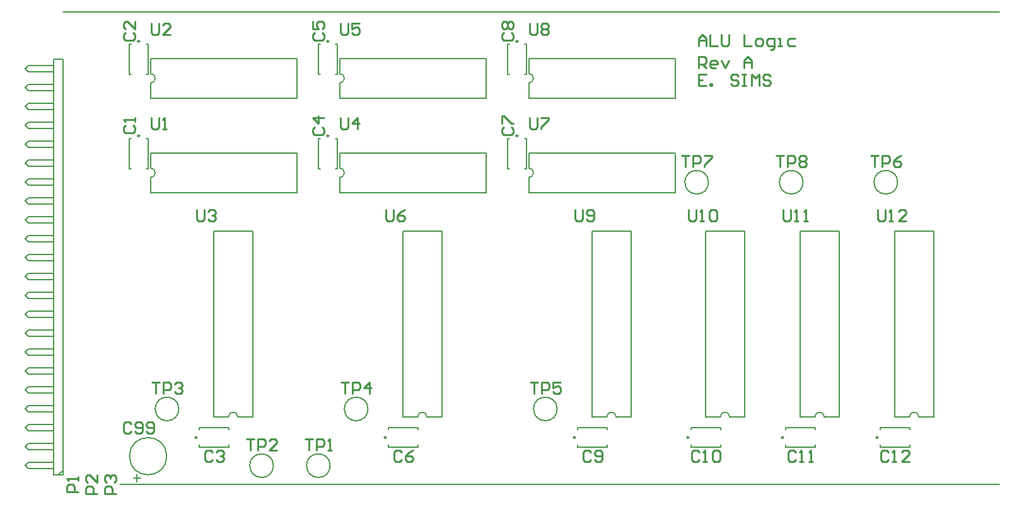
<source format=gto>
G04*
G04 #@! TF.GenerationSoftware,Altium Limited,Altium Designer,21.9.1 (22)*
G04*
G04 Layer_Color=65535*
%FSLAX25Y25*%
%MOIN*%
G70*
G04*
G04 #@! TF.SameCoordinates,41B03F93-E77C-4B30-8DF4-A515214C2069*
G04*
G04*
G04 #@! TF.FilePolarity,Positive*
G04*
G01*
G75*
%ADD10C,0.00787*%
%ADD11C,0.00984*%
%ADD12C,0.00500*%
%ADD13C,0.01000*%
%ADD14C,0.00591*%
D10*
X496240Y270000D02*
G03*
X496240Y270000I-6240J0D01*
G01*
X446240D02*
G03*
X446240Y270000I-6240J0D01*
G01*
X546240D02*
G03*
X546240Y270000I-6240J0D01*
G01*
X366240Y150000D02*
G03*
X366240Y150000I-6240J0D01*
G01*
X266240D02*
G03*
X266240Y150000I-6240J0D01*
G01*
X166240D02*
G03*
X166240Y150000I-6240J0D01*
G01*
X216240Y120000D02*
G03*
X216240Y120000I-6240J0D01*
G01*
X246240D02*
G03*
X246240Y120000I-6240J0D01*
G01*
X159843Y125000D02*
G03*
X159843Y125000I-9843J0D01*
G01*
X197500Y145787D02*
G03*
X192500Y145787I-2500J0D01*
G01*
X457500D02*
G03*
X452500Y145787I-2500J0D01*
G01*
X557500D02*
G03*
X552500Y145787I-2500J0D01*
G01*
X507500D02*
G03*
X502500Y145787I-2500J0D01*
G01*
X351220Y272500D02*
G03*
X351220Y277500I0J2500D01*
G01*
X397500Y145787D02*
G03*
X392500Y145787I-2500J0D01*
G01*
X351220Y322500D02*
G03*
X351220Y327500I0J2500D01*
G01*
X251220Y272500D02*
G03*
X251220Y277500I0J2500D01*
G01*
X297500Y145787D02*
G03*
X292500Y145787I-2500J0D01*
G01*
X251220Y322500D02*
G03*
X251220Y327500I0J2500D01*
G01*
X151221Y272500D02*
G03*
X151221Y277500I0J2500D01*
G01*
Y322500D02*
G03*
X151221Y327500I0J2500D01*
G01*
X350118Y277205D02*
Y292953D01*
X339882Y277205D02*
Y292953D01*
X349035D02*
X350118D01*
X349035Y277205D02*
X350118D01*
X339882Y292953D02*
X340965D01*
X339882Y277205D02*
X340965D01*
X350118Y327205D02*
Y342953D01*
X339882Y327205D02*
Y342953D01*
X349035D02*
X350118D01*
X349035Y327205D02*
X350118D01*
X339882Y342953D02*
X340965D01*
X339882Y327205D02*
X340965D01*
X250118D02*
Y342953D01*
X239882Y327205D02*
Y342953D01*
X249035D02*
X250118D01*
X249035Y327205D02*
X250118D01*
X239882Y342953D02*
X240965D01*
X239882Y327205D02*
X240965D01*
X250118Y277205D02*
Y292953D01*
X239882Y277205D02*
Y292953D01*
X249035D02*
X250118D01*
X249035Y277205D02*
X250118D01*
X239882Y292953D02*
X240965D01*
X239882Y277205D02*
X240965D01*
X150118D02*
Y292953D01*
X139882Y277205D02*
Y292953D01*
X149035D02*
X150118D01*
X149035Y277205D02*
X150118D01*
X139882Y292953D02*
X140965D01*
X139882Y277205D02*
X140965D01*
X150118Y327205D02*
Y342953D01*
X139882Y327205D02*
Y342953D01*
X149035D02*
X150118D01*
X149035Y327205D02*
X150118D01*
X139882Y342953D02*
X140965D01*
X139882Y327205D02*
X140965D01*
X177047Y140118D02*
X192795D01*
X177047Y129882D02*
X192795D01*
X177047Y139035D02*
Y140118D01*
X192795Y139035D02*
Y140118D01*
X177047Y129882D02*
Y130965D01*
X192795Y129882D02*
Y130965D01*
X277047Y140118D02*
X292795D01*
X277047Y129882D02*
X292795D01*
X277047Y139035D02*
Y140118D01*
X292795Y139035D02*
Y140118D01*
X277047Y129882D02*
Y130965D01*
X292795Y129882D02*
Y130965D01*
X377047Y140118D02*
X392795D01*
X377047Y129882D02*
X392795D01*
X377047Y139035D02*
Y140118D01*
X392795Y139035D02*
Y140118D01*
X377047Y129882D02*
Y130965D01*
X392795Y129882D02*
Y130965D01*
X437047Y140118D02*
X452795D01*
X437047Y129882D02*
X452795D01*
X437047Y139035D02*
Y140118D01*
X452795Y139035D02*
Y140118D01*
X437047Y129882D02*
Y130965D01*
X452795Y129882D02*
Y130965D01*
X487047Y140118D02*
X502795D01*
X487047Y129882D02*
X502795D01*
X487047Y139035D02*
Y140118D01*
X502795Y139035D02*
Y140118D01*
X487047Y129882D02*
Y130965D01*
X502795Y129882D02*
Y130965D01*
X537047Y140118D02*
X552795D01*
X537047Y129882D02*
X552795D01*
X537047Y139035D02*
Y140118D01*
X552795Y139035D02*
Y140118D01*
X537047Y129882D02*
Y130965D01*
X552795Y129882D02*
Y130965D01*
X197500Y145787D02*
X205433D01*
X184567D02*
X192500D01*
X184567Y244213D02*
X205433D01*
Y145787D02*
Y244213D01*
X184567Y145787D02*
Y244213D01*
X444567Y145787D02*
Y244213D01*
X465433Y145787D02*
Y244213D01*
X444567D02*
X465433D01*
X444567Y145787D02*
X452500D01*
X457500D02*
X465433D01*
X544567D02*
Y244213D01*
X565433Y145787D02*
Y244213D01*
X544567D02*
X565433D01*
X544567Y145787D02*
X552500D01*
X557500D02*
X565433D01*
X494567D02*
Y244213D01*
X515433Y145787D02*
Y244213D01*
X494567D02*
X515433D01*
X494567Y145787D02*
X502500D01*
X507500D02*
X515433D01*
X351220Y264567D02*
Y272500D01*
Y277500D02*
Y285433D01*
X428780Y264567D02*
Y285433D01*
X351220Y264567D02*
X428780D01*
X351220Y285433D02*
X428780D01*
X384567Y145787D02*
Y244213D01*
X405433Y145787D02*
Y244213D01*
X384567D02*
X405433D01*
X384567Y145787D02*
X392500D01*
X397500D02*
X405433D01*
X351220Y314567D02*
Y322500D01*
Y327500D02*
Y335433D01*
X428780Y314567D02*
Y335433D01*
X351220Y314567D02*
X428780D01*
X351220Y335433D02*
X428780D01*
X251220Y264567D02*
Y272500D01*
Y277500D02*
Y285433D01*
X328780Y264567D02*
Y285433D01*
X251220Y264567D02*
X328780D01*
X251220Y285433D02*
X328780D01*
X284567Y145787D02*
Y244213D01*
X305433Y145787D02*
Y244213D01*
X284567D02*
X305433D01*
X284567Y145787D02*
X292500D01*
X297500D02*
X305433D01*
X251220Y314567D02*
Y322500D01*
Y327500D02*
Y335433D01*
X328780Y314567D02*
Y335433D01*
X251220Y314567D02*
X328780D01*
X251220Y335433D02*
X328780D01*
X151221Y264567D02*
Y272500D01*
Y277500D02*
Y285433D01*
X228780Y264567D02*
Y285433D01*
X151221Y264567D02*
X228780D01*
X151221Y285433D02*
X228780D01*
X151221Y314567D02*
Y322500D01*
Y327500D02*
Y335433D01*
X228780Y314567D02*
Y335433D01*
X151221Y314567D02*
X228780D01*
X151221Y335433D02*
X228780D01*
X105000Y122500D02*
Y335000D01*
Y115000D02*
Y122500D01*
X86667Y331667D02*
X100000D01*
X85000Y330000D02*
X86667Y331667D01*
X85000Y330000D02*
X86667Y328333D01*
X100000D01*
X86667Y321667D02*
X100000D01*
X85000Y320000D02*
X86667Y321667D01*
X85000Y320000D02*
X86667Y318333D01*
X100000D01*
X86667Y311667D02*
X100000D01*
X85000Y310000D02*
X86667Y311667D01*
X85000Y310000D02*
X86667Y308333D01*
X100000D01*
X86667Y301667D02*
X100000D01*
X85000Y300000D02*
X86667Y301667D01*
X85000Y300000D02*
X86667Y298333D01*
X100000D01*
X86667Y291667D02*
X100000D01*
X85000Y290000D02*
X86667Y291667D01*
X85000Y290000D02*
X86667Y288333D01*
X100000D01*
X86667Y281667D02*
X100000D01*
X85000Y280000D02*
X86667Y281667D01*
X85000Y280000D02*
X86667Y278333D01*
X100000D01*
X86667Y271667D02*
X100000D01*
X85000Y270000D02*
X86667Y271667D01*
X85000Y270000D02*
X86667Y268333D01*
X100000D01*
X86667Y261667D02*
X100000D01*
X85000Y260000D02*
X86667Y261667D01*
X85000Y260000D02*
X86667Y258333D01*
X100000D01*
X86667Y251667D02*
X100000D01*
X85000Y250000D02*
X86667Y251667D01*
X85000Y250000D02*
X86667Y248333D01*
X100000D01*
X86667Y241667D02*
X100000D01*
X85000Y240000D02*
X86667Y241667D01*
X85000Y240000D02*
X86667Y238333D01*
X100000D01*
X86667Y231667D02*
X100000D01*
X85000Y230000D02*
X86667Y231667D01*
X85000Y230000D02*
X86667Y228333D01*
X100000D01*
X86667Y221667D02*
X100000D01*
X85000Y220000D02*
X86667Y221667D01*
X85000Y220000D02*
X86667Y218333D01*
X100000D01*
X86667Y211667D02*
X100000D01*
X85000Y210000D02*
X86667Y211667D01*
X85000Y210000D02*
X86667Y208333D01*
X100000D01*
X86667Y201667D02*
X100000D01*
X85000Y200000D02*
X86667Y201667D01*
X85000Y200000D02*
X86667Y198333D01*
X100000D01*
X86667Y191667D02*
X100000D01*
X85000Y190000D02*
X86667Y191667D01*
X85000Y190000D02*
X86667Y188333D01*
X100000D01*
X86667Y181667D02*
X100000D01*
X85000Y180000D02*
X86667Y181667D01*
X85000Y180000D02*
X86667Y178333D01*
X100000D01*
X86667Y171667D02*
X100000D01*
X85000Y170000D02*
X86667Y171667D01*
X85000Y170000D02*
X86667Y168333D01*
X100000D01*
X86667Y161667D02*
X100000D01*
X85000Y160000D02*
X86667Y161667D01*
X85000Y160000D02*
X86667Y158333D01*
X100000D01*
X86667Y151667D02*
X100000D01*
X85000Y150000D02*
X86667Y151667D01*
X85000Y150000D02*
X86667Y148333D01*
X100000D01*
X86667Y141667D02*
X100000D01*
X85000Y140000D02*
X86667Y141667D01*
X85000Y140000D02*
X86667Y138333D01*
X100000D01*
X86667Y131667D02*
X100000D01*
X85000Y130000D02*
X86667Y131667D01*
X85000Y130000D02*
X86667Y128333D01*
X100000D01*
X86667Y121667D02*
X100000D01*
X85000Y120000D02*
X86667Y121667D01*
X85000Y120000D02*
X86667Y118333D01*
X100000D01*
X102500Y115000D02*
X105000Y117500D01*
X100000Y335000D02*
X105000D01*
X100000Y115000D02*
Y335000D01*
Y115000D02*
X105000D01*
D11*
X345492Y294626D02*
G03*
X345492Y294626I-492J0D01*
G01*
Y344626D02*
G03*
X345492Y344626I-492J0D01*
G01*
X245492D02*
G03*
X245492Y344626I-492J0D01*
G01*
Y294626D02*
G03*
X245492Y294626I-492J0D01*
G01*
X145492D02*
G03*
X145492Y294626I-492J0D01*
G01*
Y344626D02*
G03*
X145492Y344626I-492J0D01*
G01*
X175866Y135000D02*
G03*
X175866Y135000I-492J0D01*
G01*
X275866D02*
G03*
X275866Y135000I-492J0D01*
G01*
X375866D02*
G03*
X375866Y135000I-492J0D01*
G01*
X435866D02*
G03*
X435866Y135000I-492J0D01*
G01*
X485866D02*
G03*
X485866Y135000I-492J0D01*
G01*
X535866D02*
G03*
X535866Y135000I-492J0D01*
G01*
D12*
X105000Y360000D02*
X600000Y360000D01*
X135000Y110000D02*
X600000Y110000D01*
D13*
X441000Y342195D02*
Y346193D01*
X442999Y348193D01*
X444999Y346193D01*
Y342195D01*
Y345194D01*
X441000D01*
X446998Y348193D02*
Y342195D01*
X450997D01*
X452996Y348193D02*
Y343194D01*
X453996Y342195D01*
X455995D01*
X456995Y343194D01*
Y348193D01*
X464992D02*
Y342195D01*
X468991D01*
X471990D02*
X473989D01*
X474989Y343194D01*
Y345194D01*
X473989Y346193D01*
X471990D01*
X470990Y345194D01*
Y343194D01*
X471990Y342195D01*
X478988Y340195D02*
X479987D01*
X480987Y341195D01*
Y346193D01*
X477988D01*
X476988Y345194D01*
Y343194D01*
X477988Y342195D01*
X480987D01*
X482986D02*
X484986D01*
X483986D01*
Y346193D01*
X482986D01*
X491984D02*
X488984D01*
X487985Y345194D01*
Y343194D01*
X488984Y342195D01*
X491984D01*
X441000Y330598D02*
Y336596D01*
X443999D01*
X444999Y335596D01*
Y333597D01*
X443999Y332597D01*
X441000D01*
X442999D02*
X444999Y330598D01*
X449997D02*
X447998D01*
X446998Y331597D01*
Y333597D01*
X447998Y334596D01*
X449997D01*
X450997Y333597D01*
Y332597D01*
X446998D01*
X452996Y334596D02*
X454995Y330598D01*
X456995Y334596D01*
X464992Y330598D02*
Y334596D01*
X466992Y336596D01*
X468991Y334596D01*
Y330598D01*
Y333597D01*
X464992D01*
X444999Y326998D02*
X441000D01*
Y321000D01*
X444999D01*
X441000Y323999D02*
X442999D01*
X446998Y321000D02*
Y322000D01*
X447998D01*
Y321000D01*
X446998D01*
X461993Y325998D02*
X460993Y326998D01*
X458994D01*
X457995Y325998D01*
Y324999D01*
X458994Y323999D01*
X460993D01*
X461993Y322999D01*
Y322000D01*
X460993Y321000D01*
X458994D01*
X457995Y322000D01*
X463993Y326998D02*
X465992D01*
X464992D01*
Y321000D01*
X463993D01*
X465992D01*
X468991D02*
Y326998D01*
X470990Y324999D01*
X472990Y326998D01*
Y321000D01*
X478988Y325998D02*
X477988Y326998D01*
X475989D01*
X474989Y325998D01*
Y324999D01*
X475989Y323999D01*
X477988D01*
X478988Y322999D01*
Y322000D01*
X477988Y321000D01*
X475989D01*
X474989Y322000D01*
X482003Y283999D02*
X486001D01*
X484002D01*
Y278001D01*
X488001D02*
Y283999D01*
X491000D01*
X491999Y282999D01*
Y281000D01*
X491000Y280000D01*
X488001D01*
X493999Y282999D02*
X494998Y283999D01*
X496998D01*
X497997Y282999D01*
Y282000D01*
X496998Y281000D01*
X497997Y280000D01*
Y279001D01*
X496998Y278001D01*
X494998D01*
X493999Y279001D01*
Y280000D01*
X494998Y281000D01*
X493999Y282000D01*
Y282999D01*
X494998Y281000D02*
X496998D01*
X432003Y283999D02*
X436001D01*
X434002D01*
Y278001D01*
X438001D02*
Y283999D01*
X441000D01*
X441999Y282999D01*
Y281000D01*
X441000Y280000D01*
X438001D01*
X443999Y283999D02*
X447997D01*
Y282999D01*
X443999Y279001D01*
Y278001D01*
X532003Y283999D02*
X536001D01*
X534002D01*
Y278001D01*
X538001D02*
Y283999D01*
X541000D01*
X541999Y282999D01*
Y281000D01*
X541000Y280000D01*
X538001D01*
X547997Y283999D02*
X545998Y282999D01*
X543999Y281000D01*
Y279001D01*
X544998Y278001D01*
X546998D01*
X547997Y279001D01*
Y280000D01*
X546998Y281000D01*
X543999D01*
X352003Y163999D02*
X356001D01*
X354002D01*
Y158001D01*
X358001D02*
Y163999D01*
X361000D01*
X361999Y162999D01*
Y161000D01*
X361000Y160000D01*
X358001D01*
X367997Y163999D02*
X363999D01*
Y161000D01*
X365998Y162000D01*
X366998D01*
X367997Y161000D01*
Y159001D01*
X366998Y158001D01*
X364998D01*
X363999Y159001D01*
X252003Y163999D02*
X256001D01*
X254002D01*
Y158001D01*
X258001D02*
Y163999D01*
X261000D01*
X261999Y162999D01*
Y161000D01*
X261000Y160000D01*
X258001D01*
X266998Y158001D02*
Y163999D01*
X263999Y161000D01*
X267997D01*
X152003Y163999D02*
X156001D01*
X154002D01*
Y158001D01*
X158001D02*
Y163999D01*
X161000D01*
X161999Y162999D01*
Y161000D01*
X161000Y160000D01*
X158001D01*
X163999Y162999D02*
X164998Y163999D01*
X166998D01*
X167997Y162999D01*
Y162000D01*
X166998Y161000D01*
X165998D01*
X166998D01*
X167997Y160000D01*
Y159001D01*
X166998Y158001D01*
X164998D01*
X163999Y159001D01*
X535800Y255498D02*
Y250500D01*
X536800Y249500D01*
X538799D01*
X539799Y250500D01*
Y255498D01*
X541798Y249500D02*
X543797D01*
X542798D01*
Y255498D01*
X541798Y254498D01*
X550795Y249500D02*
X546796D01*
X550795Y253499D01*
Y254498D01*
X549795Y255498D01*
X547796D01*
X546796Y254498D01*
X485800Y255498D02*
Y250500D01*
X486800Y249500D01*
X488799D01*
X489799Y250500D01*
Y255498D01*
X491798Y249500D02*
X493797D01*
X492798D01*
Y255498D01*
X491798Y254498D01*
X496796Y249500D02*
X498796D01*
X497796D01*
Y255498D01*
X496796Y254498D01*
X435800Y255498D02*
Y250500D01*
X436800Y249500D01*
X438799D01*
X439799Y250500D01*
Y255498D01*
X441798Y249500D02*
X443797D01*
X442798D01*
Y255498D01*
X441798Y254498D01*
X446796D02*
X447796Y255498D01*
X449795D01*
X450795Y254498D01*
Y250500D01*
X449795Y249500D01*
X447796D01*
X446796Y250500D01*
Y254498D01*
X541501Y126999D02*
X540501Y127999D01*
X538502D01*
X537502Y126999D01*
Y123001D01*
X538502Y122001D01*
X540501D01*
X541501Y123001D01*
X543501Y122001D02*
X545500D01*
X544500D01*
Y127999D01*
X543501Y126999D01*
X552498Y122001D02*
X548499D01*
X552498Y126000D01*
Y126999D01*
X551498Y127999D01*
X549499D01*
X548499Y126999D01*
X492501D02*
X491501Y127999D01*
X489502D01*
X488502Y126999D01*
Y123001D01*
X489502Y122001D01*
X491501D01*
X492501Y123001D01*
X494500Y122001D02*
X496499D01*
X495500D01*
Y127999D01*
X494500Y126999D01*
X499499Y122001D02*
X501498D01*
X500498D01*
Y127999D01*
X499499Y126999D01*
X441501D02*
X440501Y127999D01*
X438502D01*
X437502Y126999D01*
Y123001D01*
X438502Y122001D01*
X440501D01*
X441501Y123001D01*
X443501Y122001D02*
X445500D01*
X444500D01*
Y127999D01*
X443501Y126999D01*
X448499D02*
X449499Y127999D01*
X451498D01*
X452498Y126999D01*
Y123001D01*
X451498Y122001D01*
X449499D01*
X448499Y123001D01*
Y126999D01*
X375800Y255498D02*
Y250500D01*
X376800Y249500D01*
X378799D01*
X379799Y250500D01*
Y255498D01*
X381798Y250500D02*
X382798Y249500D01*
X384797D01*
X385797Y250500D01*
Y254498D01*
X384797Y255498D01*
X382798D01*
X381798Y254498D01*
Y253499D01*
X382798Y252499D01*
X385797D01*
X351800Y354198D02*
Y349200D01*
X352800Y348200D01*
X354799D01*
X355799Y349200D01*
Y354198D01*
X357798Y353198D02*
X358798Y354198D01*
X360797D01*
X361797Y353198D01*
Y352199D01*
X360797Y351199D01*
X361797Y350199D01*
Y349200D01*
X360797Y348200D01*
X358798D01*
X357798Y349200D01*
Y350199D01*
X358798Y351199D01*
X357798Y352199D01*
Y353198D01*
X358798Y351199D02*
X360797D01*
X351800Y304198D02*
Y299200D01*
X352800Y298200D01*
X354799D01*
X355799Y299200D01*
Y304198D01*
X357798D02*
X361797D01*
Y303198D01*
X357798Y299200D01*
Y298200D01*
X384000Y126999D02*
X383001Y127999D01*
X381001D01*
X380002Y126999D01*
Y123001D01*
X381001Y122001D01*
X383001D01*
X384000Y123001D01*
X386000D02*
X386999Y122001D01*
X388999D01*
X389998Y123001D01*
Y126999D01*
X388999Y127999D01*
X386999D01*
X386000Y126999D01*
Y126000D01*
X386999Y125000D01*
X389998D01*
X338001Y349000D02*
X337001Y348001D01*
Y346001D01*
X338001Y345002D01*
X341999D01*
X342999Y346001D01*
Y348001D01*
X341999Y349000D01*
X338001Y351000D02*
X337001Y351999D01*
Y353999D01*
X338001Y354998D01*
X339000D01*
X340000Y353999D01*
X341000Y354998D01*
X341999D01*
X342999Y353999D01*
Y351999D01*
X341999Y351000D01*
X341000D01*
X340000Y351999D01*
X339000Y351000D01*
X338001D01*
X340000Y351999D02*
Y353999D01*
X338001Y299000D02*
X337001Y298001D01*
Y296001D01*
X338001Y295002D01*
X341999D01*
X342999Y296001D01*
Y298001D01*
X341999Y299000D01*
X337001Y301000D02*
Y304998D01*
X338001D01*
X341999Y301000D01*
X342999D01*
X275800Y255498D02*
Y250500D01*
X276800Y249500D01*
X278799D01*
X279799Y250500D01*
Y255498D01*
X285797D02*
X283797Y254498D01*
X281798Y252499D01*
Y250500D01*
X282798Y249500D01*
X284797D01*
X285797Y250500D01*
Y251499D01*
X284797Y252499D01*
X281798D01*
X251800Y354198D02*
Y349200D01*
X252800Y348200D01*
X254799D01*
X255799Y349200D01*
Y354198D01*
X261797D02*
X257798D01*
Y351199D01*
X259797Y352199D01*
X260797D01*
X261797Y351199D01*
Y349200D01*
X260797Y348200D01*
X258798D01*
X257798Y349200D01*
X251800Y304198D02*
Y299200D01*
X252800Y298200D01*
X254799D01*
X255799Y299200D01*
Y304198D01*
X260797Y298200D02*
Y304198D01*
X257798Y301199D01*
X261797D01*
X175800Y255498D02*
Y250500D01*
X176800Y249500D01*
X178799D01*
X179799Y250500D01*
Y255498D01*
X181798Y254498D02*
X182798Y255498D01*
X184797D01*
X185797Y254498D01*
Y253499D01*
X184797Y252499D01*
X183797D01*
X184797D01*
X185797Y251499D01*
Y250500D01*
X184797Y249500D01*
X182798D01*
X181798Y250500D01*
X151800Y354198D02*
Y349200D01*
X152800Y348200D01*
X154799D01*
X155799Y349200D01*
Y354198D01*
X161797Y348200D02*
X157798D01*
X161797Y352199D01*
Y353198D01*
X160797Y354198D01*
X158798D01*
X157798Y353198D01*
X151800Y304198D02*
Y299200D01*
X152800Y298200D01*
X154799D01*
X155799Y299200D01*
Y304198D01*
X157798Y298200D02*
X159797D01*
X158798D01*
Y304198D01*
X157798Y303198D01*
X202003Y133999D02*
X206001D01*
X204002D01*
Y128001D01*
X208001D02*
Y133999D01*
X211000D01*
X211999Y132999D01*
Y131000D01*
X211000Y130000D01*
X208001D01*
X217997Y128001D02*
X213999D01*
X217997Y132000D01*
Y132999D01*
X216998Y133999D01*
X214998D01*
X213999Y132999D01*
X233002Y133999D02*
X237001D01*
X235002D01*
Y128001D01*
X239000D02*
Y133999D01*
X241999D01*
X242999Y132999D01*
Y131000D01*
X241999Y130000D01*
X239000D01*
X244998Y128001D02*
X246998D01*
X245998D01*
Y133999D01*
X244998Y132999D01*
X132999Y105002D02*
X127001D01*
Y108001D01*
X128001Y109000D01*
X130000D01*
X131000Y108001D01*
Y105002D01*
X128001Y111000D02*
X127001Y111999D01*
Y113999D01*
X128001Y114998D01*
X129000D01*
X130000Y113999D01*
Y112999D01*
Y113999D01*
X131000Y114998D01*
X131999D01*
X132999Y113999D01*
Y111999D01*
X131999Y111000D01*
X122999Y105002D02*
X117001D01*
Y108001D01*
X118001Y109000D01*
X120000D01*
X121000Y108001D01*
Y105002D01*
X122999Y114998D02*
Y111000D01*
X119000Y114998D01*
X118001D01*
X117001Y113999D01*
Y111999D01*
X118001Y111000D01*
X141001Y141999D02*
X140002Y142999D01*
X138002D01*
X137003Y141999D01*
Y138001D01*
X138002Y137001D01*
X140002D01*
X141001Y138001D01*
X143001D02*
X144000Y137001D01*
X146000D01*
X146999Y138001D01*
Y141999D01*
X146000Y142999D01*
X144000D01*
X143001Y141999D01*
Y141000D01*
X144000Y140000D01*
X146999D01*
X148999Y138001D02*
X149998Y137001D01*
X151998D01*
X152997Y138001D01*
Y141999D01*
X151998Y142999D01*
X149998D01*
X148999Y141999D01*
Y141000D01*
X149998Y140000D01*
X152997D01*
X284000Y126999D02*
X283001Y127999D01*
X281001D01*
X280002Y126999D01*
Y123001D01*
X281001Y122001D01*
X283001D01*
X284000Y123001D01*
X289998Y127999D02*
X287999Y126999D01*
X286000Y125000D01*
Y123001D01*
X286999Y122001D01*
X288999D01*
X289998Y123001D01*
Y124000D01*
X288999Y125000D01*
X286000D01*
X238001Y349000D02*
X237001Y348001D01*
Y346001D01*
X238001Y345002D01*
X241999D01*
X242999Y346001D01*
Y348001D01*
X241999Y349000D01*
X237001Y354998D02*
Y351000D01*
X240000D01*
X239000Y352999D01*
Y353999D01*
X240000Y354998D01*
X241999D01*
X242999Y353999D01*
Y351999D01*
X241999Y351000D01*
X238001Y299000D02*
X237001Y298001D01*
Y296001D01*
X238001Y295002D01*
X241999D01*
X242999Y296001D01*
Y298001D01*
X241999Y299000D01*
X242999Y303999D02*
X237001D01*
X240000Y301000D01*
Y304998D01*
X184000Y126999D02*
X183001Y127999D01*
X181001D01*
X180002Y126999D01*
Y123001D01*
X181001Y122001D01*
X183001D01*
X184000Y123001D01*
X186000Y126999D02*
X186999Y127999D01*
X188999D01*
X189998Y126999D01*
Y126000D01*
X188999Y125000D01*
X187999D01*
X188999D01*
X189998Y124000D01*
Y123001D01*
X188999Y122001D01*
X186999D01*
X186000Y123001D01*
X138001Y349000D02*
X137001Y348001D01*
Y346001D01*
X138001Y345002D01*
X141999D01*
X142999Y346001D01*
Y348001D01*
X141999Y349000D01*
X142999Y354998D02*
Y351000D01*
X139000Y354998D01*
X138001D01*
X137001Y353999D01*
Y351999D01*
X138001Y351000D01*
Y300000D02*
X137001Y299000D01*
Y297001D01*
X138001Y296001D01*
X141999D01*
X142999Y297001D01*
Y299000D01*
X141999Y300000D01*
X142999Y301999D02*
Y303999D01*
Y302999D01*
X137001D01*
X138001Y301999D01*
X112999Y106001D02*
X107001D01*
Y109000D01*
X108001Y110000D01*
X110000D01*
X111000Y109000D01*
Y106001D01*
X112999Y111999D02*
Y113999D01*
Y112999D01*
X107001D01*
X108001Y111999D01*
D14*
X144190Y115296D02*
Y111360D01*
X146158Y113328D02*
X142222D01*
M02*

</source>
